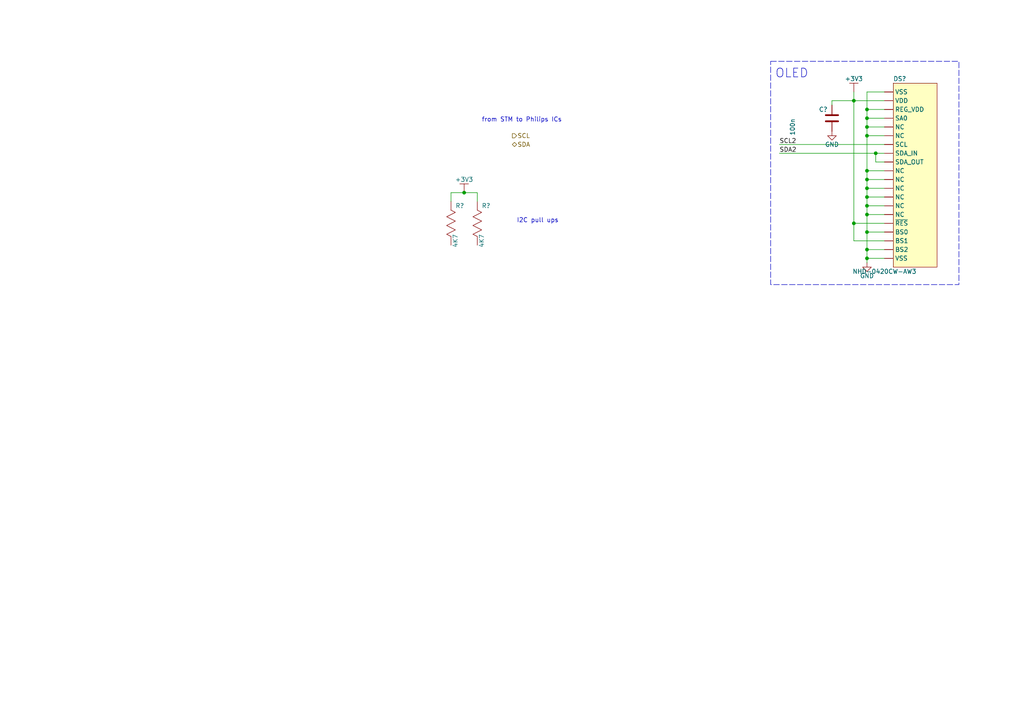
<source format=kicad_sch>
(kicad_sch (version 20230121) (generator eeschema)
  (paper "A4")
  (title_block (title "Time Base Corrector and Video Scaler") (date "2024-01-15") (rev "1"))
  (lib_symbols
    (symbol "tbc:+3V3" (power) (pin_numbers hide) (pin_names (offset 1.016) hide)
      (property "Value" "+3V3" (at 0 3.81 0))
      (symbol "+3V3_0_1"
        (polyline (pts (xy -1.27 2.54) (xy 1.27 2.54)))
        (polyline (pts (xy 0 0) (xy 0 2.54)))
      )
      (symbol "+3V3_1_1"
        (pin power_in line (at 0 0 90) (length 0) hide (name "+3V3") (number "1"))
      )
    )
    (symbol "tbc:GCJ188R71H104KA12D" (pin_numbers hide) (pin_names (offset 1.016))
      (property "Reference" "C" (at 0 3.81 0))
      (property "Value" "100n" (at 0 -3.81 0))
      (symbol "GCJ188R71H104KA12D_0_1"
        (rectangle (start -0.889 1.778) (end -0.889 -1.778) (stroke (width 0.508)))
        (rectangle (start 0.889 1.778) (end 0.889 -1.778) (stroke (width 0.508)))
      )
      (symbol "GCJ188R71H104KA12D_1_1"
        (pin passive line (at -3.81 0 0) (length 2.794) (name "~") (number "1"))
        (pin passive line (at 3.81 0 180) (length 2.794) (name "~") (number "2"))
      )
    )
    (symbol "tbc:GND" (power) (pin_numbers hide) (pin_names (offset 0) hide)
      (property "Value" "GND" (at 0 -3.81 0))
      (symbol "GND_0_1"
        (polyline (pts (xy 0 0) (xy 0 -1.27) (xy 1.27 -1.27) (xy 0 -2.54) (xy -1.27 -1.27) (xy 0 -1.27)))
      )
      (symbol "GND_1_1"
        (pin power_in line (at 0 0 270) (length 0) hide (name "GND") (number "1"))
      )
    )
    (symbol "tbc:NHD-0420CW-AW3" (pin_numbers hide)
      (property "Reference" "DS" (at -5.08 27.94 0))
      (property "Value" "NHD-0420CW-AW3" (at 0 -27.94 0))
      (symbol "NHD-0420CW-AW3_1_1"
        (rectangle (start -6.35 26.67) (end 6.35 -26.67) (fill (type background)))
        (text private "Pins set up for I2C and parallel mode only.\nIn future, can create alternative pin definitions for SPI." (at 0 31.75 0) (effects (font (size 1.27 1.27))))
        (pin power_in line (at -8.89 24.13 0) (length 2.54) (name "VSS") (number "1"))
        (pin bidirectional line (at -8.89 1.27 0) (length 2.54) (name "DB3") (number "10") (alternate "NC" input line))
        (pin bidirectional line (at -8.89 -1.27 0) (length 2.54) (name "DB4") (number "11") (alternate "NC" input line))
        (pin bidirectional line (at -8.89 -3.81 0) (length 2.54) (name "DB5") (number "12") (alternate "NC" input line))
        (pin bidirectional line (at -8.89 -6.35 0) (length 2.54) (name "DB6") (number "13") (alternate "NC" input line))
        (pin bidirectional line (at -8.89 -8.89 0) (length 2.54) (name "DB7") (number "14") (alternate "NC" input line))
        (pin input line (at -8.89 -11.43 0) (length 2.54) (name "~{CS}") (number "15") (alternate "NC" input line))
        (pin input line (at -8.89 -13.97 0) (length 2.54) (name "~{RES}") (number "16"))
        (pin input line (at -8.89 -16.51 0) (length 2.54) (name "BS0") (number "17"))
        (pin input line (at -8.89 -19.05 0) (length 2.54) (name "BS1") (number "18"))
        (pin input line (at -8.89 -21.59 0) (length 2.54) (name "BS2") (number "19"))
        (pin power_in line (at -8.89 21.59 0) (length 2.54) (name "VDD") (number "2"))
        (pin power_in line (at -8.89 -24.13 0) (length 2.54) (name "VSS") (number "20"))
        (pin power_in line (at -8.89 19.05 0) (length 2.54) (name "REG_VDD") (number "3"))
        (pin input line (at -8.89 16.51 0) (length 2.54) (name "D_C") (number "4") (alternate "SA0" input line))
        (pin input line (at -8.89 13.97 0) (length 2.54) (name "R_W") (number "5") (alternate "NC" input line))
        (pin input line (at -8.89 11.43 0) (length 2.54) (name "E") (number "6") (alternate "NC" input line))
        (pin bidirectional line (at -8.89 8.89 0) (length 2.54) (name "DB0") (number "7") (alternate "SCL" input line))
        (pin bidirectional line (at -8.89 6.35 0) (length 2.54) (name "DB1") (number "8") (alternate "SDA_IN" input line))
        (pin bidirectional line (at -8.89 3.81 0) (length 2.54) (name "DB2") (number "9") (alternate "SDA_OUT" output line))
      )
    )
    (symbol "tbc:RC0603FR-074K7L" (pin_numbers hide) (pin_names (offset 1.016))
      (property "Reference" "R" (at 0 -2.54 0))
      (property "Value" "4K7" (at 0 2.54 0))
      (symbol "RC0603FR-074K7L_0_1"
        (polyline (pts (xy -3.81 0) (xy -3.175 1.27) (xy -1.905 -1.27) (xy -0.635 1.27) (xy 0.635 -1.27) (xy 1.905 1.27) (xy 3.175 -1.27) (xy 3.81 0)))
      )
      (symbol "RC0603FR-074K7L_1_1"
        (pin passive line (at -6.35 0 0) (length 2.54) (name "~") (number "1"))
        (pin passive line (at 6.35 0 180) (length 2.54) (name "~") (number "2"))
      )
    )
  )
  (junction (at 251.46 39.37))
  (junction (at 251.46 62.23))
  (junction (at 251.46 31.75))
  (junction (at 251.46 72.39))
  (junction (at 251.46 36.83))
  (junction (at 251.46 59.69))
  (junction (at 251.46 52.07))
  (junction (at 254 44.45))
  (junction (at 134.62 55.88))
  (junction (at 251.46 54.61))
  (junction (at 247.65 29.21))
  (junction (at 251.46 67.31))
  (junction (at 251.46 49.53))
  (junction (at 251.46 57.15))
  (junction (at 251.46 74.93))
  (junction (at 251.46 34.29))
  (junction (at 247.65 64.77))
  (wire (pts (xy 254 46.99) (xy 254 44.45)))
  (wire (pts (xy 251.46 59.69) (xy 256.54 59.69)))
  (wire (pts (xy 247.65 29.21) (xy 247.65 64.77)))
  (wire (pts (xy 256.54 69.85) (xy 247.65 69.85)))
  (wire (pts (xy 251.46 52.07) (xy 251.46 49.53)))
  (wire (pts (xy 130.81 55.88) (xy 134.62 55.88)))
  (wire (pts (xy 241.3 29.21) (xy 241.3 30.48)))
  (wire (pts (xy 251.46 49.53) (xy 256.54 49.53)))
  (wire (pts (xy 251.46 36.83) (xy 251.46 34.29)))
  (wire (pts (xy 226.06 44.45) (xy 254 44.45)))
  (wire (pts (xy 251.46 39.37) (xy 256.54 39.37)))
  (wire (pts (xy 251.46 34.29) (xy 256.54 34.29)))
  (wire (pts (xy 251.46 39.37) (xy 251.46 36.83)))
  (wire (pts (xy 251.46 59.69) (xy 251.46 57.15)))
  (wire (pts (xy 134.62 55.88) (xy 138.43 55.88)))
  (wire (pts (xy 251.46 76.2) (xy 251.46 74.93)))
  (wire (pts (xy 251.46 74.93) (xy 256.54 74.93)))
  (wire (pts (xy 247.65 69.85) (xy 247.65 64.77)))
  (wire (pts (xy 251.46 54.61) (xy 256.54 54.61)))
  (wire (pts (xy 251.46 67.31) (xy 251.46 72.39)))
  (wire (pts (xy 251.46 31.75) (xy 251.46 26.67)))
  (wire (pts (xy 226.06 41.91) (xy 256.54 41.91)))
  (wire (pts (xy 251.46 72.39) (xy 256.54 72.39)))
  (wire (pts (xy 241.3 29.21) (xy 247.65 29.21)))
  (wire (pts (xy 130.81 58.42) (xy 130.81 55.88)))
  (wire (pts (xy 251.46 34.29) (xy 251.46 31.75)))
  (wire (pts (xy 251.46 26.67) (xy 256.54 26.67)))
  (wire (pts (xy 251.46 67.31) (xy 251.46 62.23)))
  (wire (pts (xy 256.54 46.99) (xy 254 46.99)))
  (wire (pts (xy 251.46 57.15) (xy 251.46 54.61)))
  (wire (pts (xy 251.46 36.83) (xy 256.54 36.83)))
  (wire (pts (xy 247.65 64.77) (xy 256.54 64.77)))
  (wire (pts (xy 247.65 29.21) (xy 256.54 29.21)))
  (wire (pts (xy 251.46 54.61) (xy 251.46 52.07)))
  (wire (pts (xy 138.43 55.88) (xy 138.43 58.42)))
  (wire (pts (xy 251.46 74.93) (xy 251.46 72.39)))
  (wire (pts (xy 251.46 39.37) (xy 251.46 49.53)))
  (wire (pts (xy 251.46 57.15) (xy 256.54 57.15)))
  (wire (pts (xy 251.46 62.23) (xy 256.54 62.23)))
  (wire (pts (xy 251.46 52.07) (xy 256.54 52.07)))
  (wire (pts (xy 251.46 62.23) (xy 251.46 59.69)))
  (wire (pts (xy 251.46 31.75) (xy 256.54 31.75)))
  (wire (pts (xy 247.65 26.67) (xy 247.65 29.21)))
  (wire (pts (xy 256.54 44.45) (xy 254 44.45)))
  (wire (pts (xy 251.46 67.31) (xy 256.54 67.31)))
  (rectangle (start 223.52 17.78) (end 278.13 82.55) (stroke (width 0) (type dash)))
  (text "I2C pull ups\n" (at 149.86 64.77 0) (effects (font (size 1.27 1.27)) (justify left bottom)))
  (text "OLED" (at 224.79 22.86 0) (effects (font (size 2.54 2.54)) (justify left bottom)))
  (text "from STM to Philips ICs" (at 139.7 35.56 0) (effects (font (size 1.27 1.27)) (justify left bottom)))
  (label "SDA2" (at 226.06 44.45 0))
  (label "SCL2" (at 226.06 41.91 0))
  (hierarchical_label "SCL" (shape output) (at 148.59 39.37 0))
  (hierarchical_label "SDA" (shape bidirectional) (at 148.59 41.91 0))
  (symbol (lib_id "tbc:RC0603FR-074K7L") (at 130.81 64.77 90) (unit 1)
    (property "Reference" "R?" (at 132.08 59.69 90) (effects (justify right)))
    (property "Value" "4K7" (at 132.08 69.85 0))
    (property "Datasheet" "https://www.yageo.com/upload/media/product/products/datasheet/rchip/PYu-RC_Group_51_RoHS_L_12.pdf" (effects hide))
    (property "Mouser" " 603-RC0603FR-074K7L" (effects hide))
  )
  (symbol (lib_id "tbc:+3V3") (at 134.62 55.88 0) (unit 1)
    (property "Reference" "#PWR?" (effects hide))
    (property "Value" "+3V3" (at 134.62 52.07 0))
  )
  (symbol (lib_id "tbc:RC0603FR-074K7L") (at 138.43 64.77 90) (unit 1)
    (property "Reference" "R?" (at 139.7 59.69 90) (effects (justify right)))
    (property "Value" "4K7" (at 139.7 69.85 0))
    (property "Datasheet" "https://www.yageo.com/upload/media/product/products/datasheet/rchip/PYu-RC_Group_51_RoHS_L_12.pdf" (effects hide))
    (property "Mouser" " 603-RC0603FR-074K7L" (effects hide))
  )
  (symbol (lib_id "tbc:NHD-0420CW-AW3") (at 265.43 50.8 0) (unit 1)
    (property "Reference" "DS?" (at 259.08 22.86 0) (effects (justify left)))
    (property "Value" "NHD-0420CW-AW3" (at 256.54 78.74 0))
    (property "Datasheet" "https://newhavendisplay.com/content/specs/NHD-0420CW-AW3.pdf" (effects hide))
    (property "Mouser" " 763-NHD-0420CW-AW3" (effects hide))
    (pin "4" (alternate "SA0"))
    (pin "8" (alternate "SDA_IN"))
    (pin "13" (alternate "NC"))
    (pin "14" (alternate "NC"))
    (pin "15" (alternate "NC"))
    (pin "7" (alternate "SCL"))
    (pin "10" (alternate "NC"))
    (pin "12" (alternate "NC"))
    (pin "11" (alternate "NC"))
    (pin "6" (alternate "NC"))
    (pin "9" (alternate "SDA_OUT"))
    (pin "5" (alternate "NC"))
  )
  (symbol (lib_id "tbc:+3V3") (at 247.65 26.67 0) (unit 1)
    (property "Reference" "#PWR?" (effects hide))
    (property "Value" "+3V3" (at 247.65 22.86 0))
  )
  (symbol (lib_id "tbc:GND") (at 241.3 38.1 0) (unit 1)
    (property "Reference" "#PWR?" (effects hide))
    (property "Value" "GND" (at 241.3 41.91 0))
  )
  (symbol (lib_id "tbc:GCJ188R71H104KA12D") (at 241.3 34.29 90) (unit 1)
    (property "Reference" "C?" (at 237.49 31.75 90) (effects (justify right)))
    (property "Value" "100n" (at 229.87 36.83 0))
    (property "Datasheet" "https://au.mouser.com/datasheet/2/281/1/GCJ188R71H104KA12_02B-3140350.pdf" (effects hide))
    (property "Mouser" " 81-GCJ188R71H104KA2D" (effects hide))
  )
  (symbol (lib_id "tbc:GND") (at 251.46 76.2 0) (unit 1)
    (property "Reference" "#PWR?" (effects hide))
    (property "Value" "GND" (at 251.46 80.01 0))
  )
)
</source>
